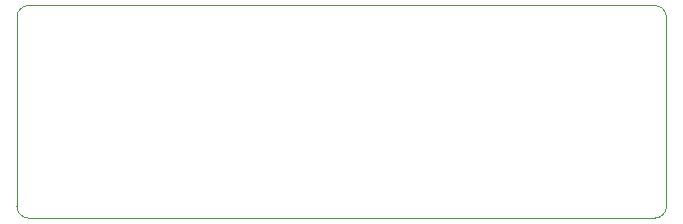
<source format=gm1>
G04 #@! TF.GenerationSoftware,KiCad,Pcbnew,8.0.1*
G04 #@! TF.CreationDate,2025-04-04T09:34:18-04:00*
G04 #@! TF.ProjectId,LVC_Custom,4c56435f-4375-4737-946f-6d2e6b696361,rev?*
G04 #@! TF.SameCoordinates,Original*
G04 #@! TF.FileFunction,Profile,NP*
%FSLAX46Y46*%
G04 Gerber Fmt 4.6, Leading zero omitted, Abs format (unit mm)*
G04 Created by KiCad (PCBNEW 8.0.1) date 2025-04-04 09:34:18*
%MOMM*%
%LPD*%
G01*
G04 APERTURE LIST*
G04 #@! TA.AperFunction,Profile*
%ADD10C,0.100000*%
G04 #@! TD*
G04 APERTURE END LIST*
D10*
X116000000Y-122000000D02*
X116000000Y-106000000D01*
X170000000Y-123000000D02*
X117000000Y-123000000D01*
X171000000Y-122000000D02*
X171000000Y-106000000D01*
X170000000Y-105000000D02*
G75*
G02*
X171000000Y-106000000I0J-1000000D01*
G01*
X117000000Y-105000000D02*
X170000000Y-105000000D01*
X117000000Y-123000000D02*
G75*
G02*
X116000000Y-122000000I0J1000000D01*
G01*
X116000000Y-106000000D02*
G75*
G02*
X117000000Y-105000000I1000000J0D01*
G01*
X171000000Y-122000000D02*
G75*
G02*
X170000000Y-123000000I-1000000J0D01*
G01*
M02*

</source>
